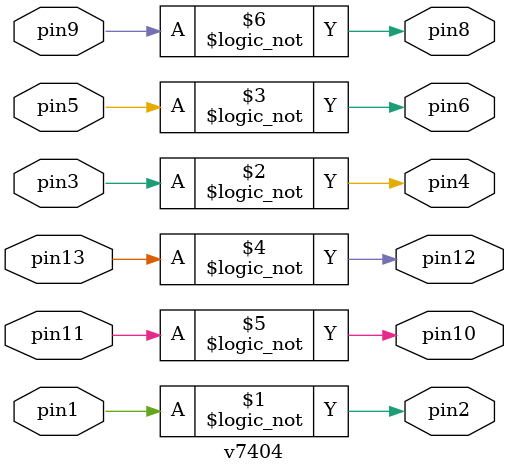
<source format=v>

module part3(clock, reset, ParallelLoadn, RotateRight, ASRight, Data_IN, Q);
	input clock, reset, RotateRight, ASRight, ParallelLoadn;
	input [7:0] Data_IN;
	output [7:0] Q;
	
	
	part3_sub Q7(
		.clock(clock),
		.reset(reset),
		.LoadLeft(RotateRight),
		.loadn(ParallelLoadn),
		.right(Q[6]),
		.left((ASRight ? Q[7] : Q[0])),
		.D(Data_IN[7]),
		.Q(Q[7])
	);

	part3_sub Q6(
		.clock(clock),
		.reset(reset),
		.LoadLeft(RotateRight),
		.loadn(ParallelLoadn),
		.right(Q[5]),
		.left(Q[7]),
		.D(Data_IN[6]),
		.Q(Q[6])
	);

	part3_sub Q5(
		.clock(clock),
		.reset(reset),
		.LoadLeft(RotateRight),
		.loadn(ParallelLoadn),
		.right(Q[4]),
		.left(Q[6]),
		.D(Data_IN[5]),
		.Q(Q[5])
	);
	
	part3_sub Q4(
		.clock(clock),
		.reset(reset),
		.LoadLeft(RotateRight),
		.loadn(ParallelLoadn),
		.right(Q[3]),
		.left(Q[5]),
		.D(Data_IN[4]),
		.Q(Q[4])
	);
	
	part3_sub Q3(
		.clock(clock),
		.reset(reset),
		.LoadLeft(RotateRight),
		.loadn(ParallelLoadn),
		.right(Q[2]),
		.left(Q[4]),
		.D(Data_IN[3]),
		.Q(Q[3])
	);
	
	part3_sub Q2(
		.clock(clock),
		.reset(reset),
		.LoadLeft(RotateRight),
		.loadn(ParallelLoadn),
		.right(Q[1]),
		.left(Q[3]),
		.D(Data_IN[2]),
		.Q(Q[2])
	);
	
	part3_sub Q1(
		.clock(clock),
		.reset(reset),
		.LoadLeft(RotateRight),
		.loadn(ParallelLoadn),
		.right(Q[0]),
		.left(Q[2]),
		.D(Data_IN[1]),
		.Q(Q[1])
	);
	
	part3_sub Q0(
		.clock(clock),
		.reset(reset),
		.LoadLeft(RotateRight),
		.loadn(ParallelLoadn),
		.right(Q[7]),
		.left(Q[1]),
		.D(Data_IN[0]),
		.Q(Q[0])
	);

endmodule

module part3_sub(clock, reset, LoadLeft, loadn, right, left, D, Q);
	input clock, reset, LoadLeft, loadn, right, left, D;
	output Q;

	wire rotatedata;
	wire datato_dff;

	mux2to1 M0(
		.y(left),
		.x(right),
		.s(LoadLeft),
		.m(rotatedata)
	);

	mux2to1 M1( //instantiates 2nd multiplexer
		.y(rotatedata), //output from left most multiplexer
		.x(D), //data D coming in
		.s(loadn), //selects input D or rotate
		.m(datato_dff) //outputs to flip flop
	);

	flipflop F0(
		.d(datato_dff),
		.clock(clock),
		.reset(reset),
		.q(Q)
	);
	
endmodule

module flipflop(d, q, clock, reset); // active high sync reset.
	input d, clock, reset;
	output reg q;

	always @(posedge clock) // triggered every time clock rises
	begin
		if (reset == 1'b1) // when reset is 1 (note this is tested on every rising clock edge)
			q <= 1'b0; // q is set to 0. Note that the assignment uses <=
		else // when Reset b is not 0
			q <= d; // value of d passes through to output q
	end
endmodule

module mux2to1 (x,y,s,m);
	input x;
	input y;
	input s;
	output m;

 	wire con1;
	wire con2;
	wire con3;

//    assign m = s & y | ~s & x;
	
 	v7408 u0(
		.pin1(s),
		.pin2(y),
		.pin3(con1)
	);
	
	v7404 u1(
		.pin1(s),
		.pin2(con2)
	);
	
	v7408 u2(
		.pin1(con2),
		.pin2(x),
		.pin3(con3)
	);

	v7432 u3(
		.pin1(con1),
		.pin2(con3),
		.pin3(m)
	);	
endmodule


module v7408 (input pin1, pin2, pin4, pin5, pin13, pin12, pin10, pin9,
				output pin3, pin6, pin11, pin8);
		
		assign pin3 = (pin1 & pin2);
		assign pin6 = (pin5 & pin4);
		assign pin8 = (pin9 & pin10);
		assign pin11 = (pin12 & pin13);
		
endmodule // 7408 - AND chip.

module v7432(input pin1, pin2, pin4, pin5, pin13, pin12, pin10, pin9,
			 output pin3, pin6, pin11, pin8);
	assign pin3 = pin1 | pin2;
	assign pin6 = pin4 | pin5;
	assign pin11 = pin13 | pin12;
	assign pin8 = pin10 | pin9;
endmodule

module v7404(input pin1, pin3, pin5, pin13, pin11, pin9,
			 output pin2, pin4, pin6, pin12, pin10, pin8);
	assign pin2 = !pin1;
	assign pin4 = !pin3;
	assign pin6 = !pin5;
	assign pin12 = !pin13;
	assign pin10 = !pin11;
	assign pin8 = !pin9;
endmodule
</source>
